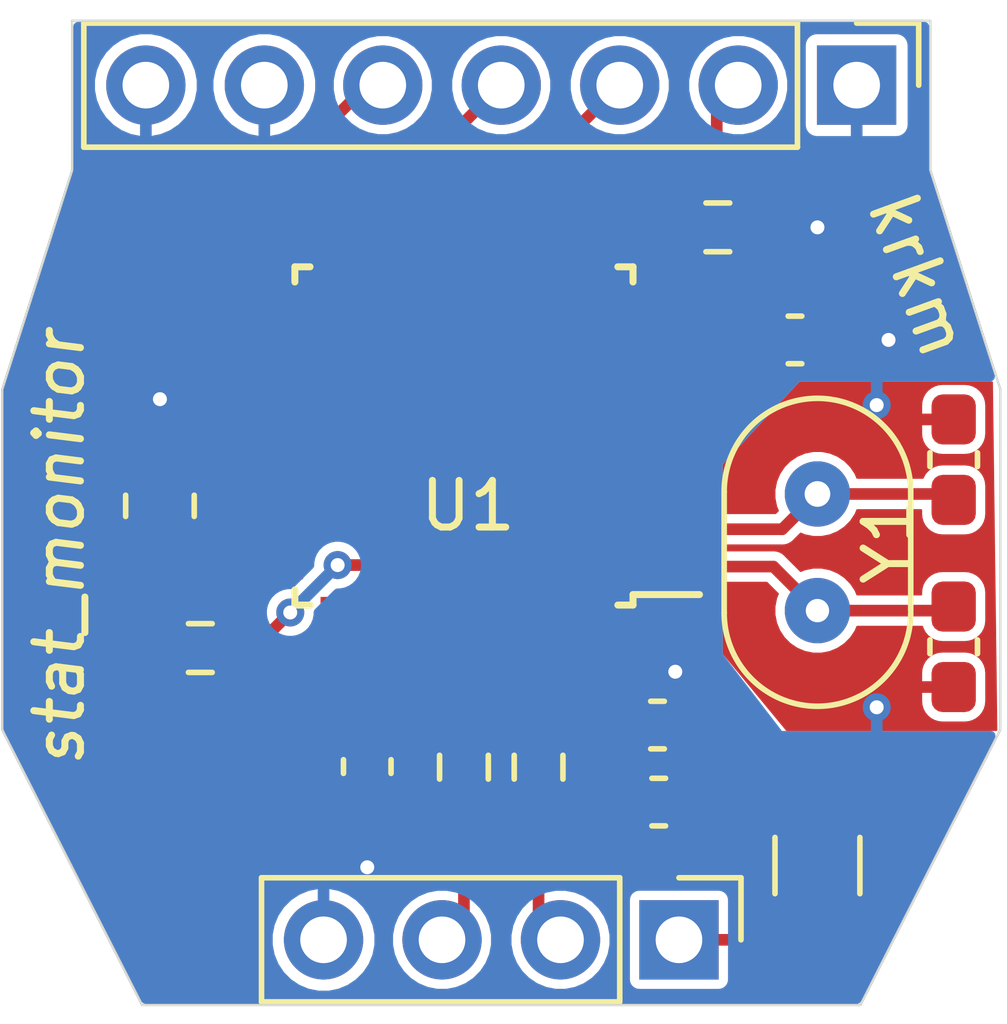
<source format=kicad_pcb>
(kicad_pcb (version 20171130) (host pcbnew "(5.1.10)-1")

  (general
    (thickness 1.6)
    (drawings 12)
    (tracks 97)
    (zones 0)
    (modules 16)
    (nets 33)
  )

  (page A4)
  (layers
    (0 F.Cu signal)
    (31 B.Cu signal)
    (32 B.Adhes user)
    (33 F.Adhes user)
    (34 B.Paste user)
    (35 F.Paste user)
    (36 B.SilkS user)
    (37 F.SilkS user)
    (38 B.Mask user)
    (39 F.Mask user)
    (40 Dwgs.User user)
    (41 Cmts.User user)
    (42 Eco1.User user)
    (43 Eco2.User user)
    (44 Edge.Cuts user)
    (45 Margin user)
    (46 B.CrtYd user)
    (47 F.CrtYd user)
    (48 B.Fab user)
    (49 F.Fab user hide)
  )

  (setup
    (last_trace_width 0.25)
    (trace_clearance 0.2)
    (zone_clearance 0)
    (zone_45_only no)
    (trace_min 0.2)
    (via_size 0.6)
    (via_drill 0.3)
    (via_min_size 0.4)
    (via_min_drill 0.2)
    (uvia_size 0.3)
    (uvia_drill 0.1)
    (uvias_allowed no)
    (uvia_min_size 0.2)
    (uvia_min_drill 0.1)
    (edge_width 0.05)
    (segment_width 0.2)
    (pcb_text_width 0.3)
    (pcb_text_size 1.5 1.5)
    (mod_edge_width 0.12)
    (mod_text_size 1 1)
    (mod_text_width 0.15)
    (pad_size 1.524 1.524)
    (pad_drill 0.762)
    (pad_to_mask_clearance 0.05)
    (aux_axis_origin 0 0)
    (visible_elements 7FFFFFFF)
    (pcbplotparams
      (layerselection 0x010fc_ffffffff)
      (usegerberextensions true)
      (usegerberattributes false)
      (usegerberadvancedattributes false)
      (creategerberjobfile false)
      (excludeedgelayer true)
      (linewidth 0.100000)
      (plotframeref false)
      (viasonmask false)
      (mode 1)
      (useauxorigin false)
      (hpglpennumber 1)
      (hpglpenspeed 20)
      (hpglpendiameter 15.000000)
      (psnegative false)
      (psa4output false)
      (plotreference true)
      (plotvalue true)
      (plotinvisibletext false)
      (padsonsilk false)
      (subtractmaskfromsilk true)
      (outputformat 1)
      (mirror false)
      (drillshape 0)
      (scaleselection 1)
      (outputdirectory "plots/"))
  )

  (net 0 "")
  (net 1 "Net-(C1-Pad1)")
  (net 2 GND)
  (net 3 "Net-(C2-Pad1)")
  (net 4 "Net-(C3-Pad1)")
  (net 5 +5V)
  (net 6 "Net-(F1-Pad1)")
  (net 7 "Net-(J2-Pad3)")
  (net 8 "Net-(J2-Pad4)")
  (net 9 "Net-(J2-Pad5)")
  (net 10 "Net-(R3-Pad1)")
  (net 11 "Net-(R4-Pad2)")
  (net 12 "Net-(U1-Pad5)")
  (net 13 "Net-(U1-Pad6)")
  (net 14 "Net-(U1-Pad7)")
  (net 15 "Net-(U1-Pad8)")
  (net 16 "Net-(U1-Pad9)")
  (net 17 "Net-(U1-Pad10)")
  (net 18 "Net-(U1-Pad11)")
  (net 19 "Net-(U1-Pad12)")
  (net 20 "Net-(U1-Pad14)")
  (net 21 "Net-(U1-Pad17)")
  (net 22 "Net-(U1-Pad19)")
  (net 23 "Net-(U1-Pad20)")
  (net 24 "Net-(U1-Pad21)")
  (net 25 "Net-(U1-Pad22)")
  (net 26 "Net-(U1-Pad23)")
  (net 27 "Net-(U1-Pad25)")
  (net 28 "Net-(U1-Pad26)")
  (net 29 /D1-)
  (net 30 /D1+)
  (net 31 /D2+)
  (net 32 /D2-)

  (net_class Default "This is the default net class."
    (clearance 0.2)
    (trace_width 0.25)
    (via_dia 0.6)
    (via_drill 0.3)
    (uvia_dia 0.3)
    (uvia_drill 0.1)
    (add_net +5V)
    (add_net /D1+)
    (add_net /D1-)
    (add_net /D2+)
    (add_net /D2-)
    (add_net GND)
    (add_net "Net-(C1-Pad1)")
    (add_net "Net-(C2-Pad1)")
    (add_net "Net-(C3-Pad1)")
    (add_net "Net-(F1-Pad1)")
    (add_net "Net-(J2-Pad3)")
    (add_net "Net-(J2-Pad4)")
    (add_net "Net-(J2-Pad5)")
    (add_net "Net-(R3-Pad1)")
    (add_net "Net-(R4-Pad2)")
    (add_net "Net-(U1-Pad10)")
    (add_net "Net-(U1-Pad11)")
    (add_net "Net-(U1-Pad12)")
    (add_net "Net-(U1-Pad14)")
    (add_net "Net-(U1-Pad17)")
    (add_net "Net-(U1-Pad19)")
    (add_net "Net-(U1-Pad20)")
    (add_net "Net-(U1-Pad21)")
    (add_net "Net-(U1-Pad22)")
    (add_net "Net-(U1-Pad23)")
    (add_net "Net-(U1-Pad25)")
    (add_net "Net-(U1-Pad26)")
    (add_net "Net-(U1-Pad5)")
    (add_net "Net-(U1-Pad6)")
    (add_net "Net-(U1-Pad7)")
    (add_net "Net-(U1-Pad8)")
    (add_net "Net-(U1-Pad9)")
  )

  (module Connector_PinHeader_2.54mm:PinHeader_1x04_P2.54mm_Vertical (layer F.Cu) (tedit 59FED5CC) (tstamp 60FDF14F)
    (at 184.61 120.3 270)
    (descr "Through hole straight pin header, 1x04, 2.54mm pitch, single row")
    (tags "Through hole pin header THT 1x04 2.54mm single row")
    (path /60FCD169)
    (fp_text reference J1 (at -2.571 9.096) (layer F.SilkS) hide
      (effects (font (size 1 1) (thickness 0.15)))
    )
    (fp_text value Conn_01x04 (at 0 6.35 270) (layer F.Fab)
      (effects (font (size 1 1) (thickness 0.15)))
    )
    (fp_line (start 1.8 -1.8) (end -1.8 -1.8) (layer F.CrtYd) (width 0.05))
    (fp_line (start 1.8 9.4) (end 1.8 -1.8) (layer F.CrtYd) (width 0.05))
    (fp_line (start -1.8 9.4) (end 1.8 9.4) (layer F.CrtYd) (width 0.05))
    (fp_line (start -1.8 -1.8) (end -1.8 9.4) (layer F.CrtYd) (width 0.05))
    (fp_line (start -1.33 -1.33) (end 0 -1.33) (layer F.SilkS) (width 0.12))
    (fp_line (start -1.33 0) (end -1.33 -1.33) (layer F.SilkS) (width 0.12))
    (fp_line (start -1.33 1.27) (end 1.33 1.27) (layer F.SilkS) (width 0.12))
    (fp_line (start 1.33 1.27) (end 1.33 8.95) (layer F.SilkS) (width 0.12))
    (fp_line (start -1.33 1.27) (end -1.33 8.95) (layer F.SilkS) (width 0.12))
    (fp_line (start -1.33 8.95) (end 1.33 8.95) (layer F.SilkS) (width 0.12))
    (fp_line (start -1.27 -0.635) (end -0.635 -1.27) (layer F.Fab) (width 0.1))
    (fp_line (start -1.27 8.89) (end -1.27 -0.635) (layer F.Fab) (width 0.1))
    (fp_line (start 1.27 8.89) (end -1.27 8.89) (layer F.Fab) (width 0.1))
    (fp_line (start 1.27 -1.27) (end 1.27 8.89) (layer F.Fab) (width 0.1))
    (fp_line (start -0.635 -1.27) (end 1.27 -1.27) (layer F.Fab) (width 0.1))
    (fp_text user %R (at 0 0) (layer F.Fab)
      (effects (font (size 1 1) (thickness 0.15)))
    )
    (pad 4 thru_hole oval (at 0 7.62 270) (size 1.7 1.7) (drill 1) (layers *.Cu *.Mask)
      (net 2 GND))
    (pad 3 thru_hole oval (at 0 5.08 270) (size 1.7 1.7) (drill 1) (layers *.Cu *.Mask)
      (net 30 /D1+))
    (pad 2 thru_hole oval (at 0 2.54 270) (size 1.7 1.7) (drill 1) (layers *.Cu *.Mask)
      (net 29 /D1-))
    (pad 1 thru_hole rect (at 0 0 270) (size 1.7 1.7) (drill 1) (layers *.Cu *.Mask)
      (net 6 "Net-(F1-Pad1)"))
    (model ${KISYS3DMOD}/Connector_PinHeader_2.54mm.3dshapes/PinHeader_1x04_P2.54mm_Vertical.wrl
      (at (xyz 0 0 0))
      (scale (xyz 1 1 1))
      (rotate (xyz 0 0 0))
    )
  )

  (module Capacitor_SMD:C_0603_1608Metric_Pad1.08x0.95mm_HandSolder (layer F.Cu) (tedit 5F68FEEF) (tstamp 60FDBC32)
    (at 190.5 114.0195 270)
    (descr "Capacitor SMD 0603 (1608 Metric), square (rectangular) end terminal, IPC_7351 nominal with elongated pad for handsoldering. (Body size source: IPC-SM-782 page 76, https://www.pcb-3d.com/wordpress/wp-content/uploads/ipc-sm-782a_amendment_1_and_2.pdf), generated with kicad-footprint-generator")
    (tags "capacitor handsolder")
    (path /60FD5E9C)
    (attr smd)
    (fp_text reference C1 (at 2.5665 0.635 180) (layer F.SilkS) hide
      (effects (font (size 1 1) (thickness 0.15)))
    )
    (fp_text value 33pF (at 0 1.43 90) (layer F.Fab)
      (effects (font (size 1 1) (thickness 0.15)))
    )
    (fp_line (start 1.65 0.73) (end -1.65 0.73) (layer F.CrtYd) (width 0.05))
    (fp_line (start 1.65 -0.73) (end 1.65 0.73) (layer F.CrtYd) (width 0.05))
    (fp_line (start -1.65 -0.73) (end 1.65 -0.73) (layer F.CrtYd) (width 0.05))
    (fp_line (start -1.65 0.73) (end -1.65 -0.73) (layer F.CrtYd) (width 0.05))
    (fp_line (start -0.146267 0.51) (end 0.146267 0.51) (layer F.SilkS) (width 0.12))
    (fp_line (start -0.146267 -0.51) (end 0.146267 -0.51) (layer F.SilkS) (width 0.12))
    (fp_line (start 0.8 0.4) (end -0.8 0.4) (layer F.Fab) (width 0.1))
    (fp_line (start 0.8 -0.4) (end 0.8 0.4) (layer F.Fab) (width 0.1))
    (fp_line (start -0.8 -0.4) (end 0.8 -0.4) (layer F.Fab) (width 0.1))
    (fp_line (start -0.8 0.4) (end -0.8 -0.4) (layer F.Fab) (width 0.1))
    (fp_text user %R (at 0 0 90) (layer F.Fab)
      (effects (font (size 0.4 0.4) (thickness 0.06)))
    )
    (pad 1 smd roundrect (at -0.8625 0 270) (size 1.075 0.95) (layers F.Cu F.Paste F.Mask) (roundrect_rratio 0.25)
      (net 1 "Net-(C1-Pad1)"))
    (pad 2 smd roundrect (at 0.8625 0 270) (size 1.075 0.95) (layers F.Cu F.Paste F.Mask) (roundrect_rratio 0.25)
      (net 2 GND))
    (model ${KISYS3DMOD}/Capacitor_SMD.3dshapes/C_0603_1608Metric.wrl
      (at (xyz 0 0 0))
      (scale (xyz 1 1 1))
      (rotate (xyz 0 0 0))
    )
  )

  (module Capacitor_SMD:C_0603_1608Metric_Pad1.08x0.95mm_HandSolder (layer F.Cu) (tedit 5F68FEEF) (tstamp 60FDBE00)
    (at 190.5 110.0085 90)
    (descr "Capacitor SMD 0603 (1608 Metric), square (rectangular) end terminal, IPC_7351 nominal with elongated pad for handsoldering. (Body size source: IPC-SM-782 page 76, https://www.pcb-3d.com/wordpress/wp-content/uploads/ipc-sm-782a_amendment_1_and_2.pdf), generated with kicad-footprint-generator")
    (tags "capacitor handsolder")
    (path /60FD7121)
    (attr smd)
    (fp_text reference C2 (at 2.6935 -0.381 270) (layer F.SilkS) hide
      (effects (font (size 1 1) (thickness 0.15)))
    )
    (fp_text value 33pF (at 0 1.43 90) (layer F.Fab)
      (effects (font (size 1 1) (thickness 0.15)))
    )
    (fp_line (start -0.8 0.4) (end -0.8 -0.4) (layer F.Fab) (width 0.1))
    (fp_line (start -0.8 -0.4) (end 0.8 -0.4) (layer F.Fab) (width 0.1))
    (fp_line (start 0.8 -0.4) (end 0.8 0.4) (layer F.Fab) (width 0.1))
    (fp_line (start 0.8 0.4) (end -0.8 0.4) (layer F.Fab) (width 0.1))
    (fp_line (start -0.146267 -0.51) (end 0.146267 -0.51) (layer F.SilkS) (width 0.12))
    (fp_line (start -0.146267 0.51) (end 0.146267 0.51) (layer F.SilkS) (width 0.12))
    (fp_line (start -1.65 0.73) (end -1.65 -0.73) (layer F.CrtYd) (width 0.05))
    (fp_line (start -1.65 -0.73) (end 1.65 -0.73) (layer F.CrtYd) (width 0.05))
    (fp_line (start 1.65 -0.73) (end 1.65 0.73) (layer F.CrtYd) (width 0.05))
    (fp_line (start 1.65 0.73) (end -1.65 0.73) (layer F.CrtYd) (width 0.05))
    (fp_text user %R (at 0 0 90) (layer F.Fab)
      (effects (font (size 0.4 0.4) (thickness 0.06)))
    )
    (pad 2 smd roundrect (at 0.8625 0 90) (size 1.075 0.95) (layers F.Cu F.Paste F.Mask) (roundrect_rratio 0.25)
      (net 2 GND))
    (pad 1 smd roundrect (at -0.8625 0 90) (size 1.075 0.95) (layers F.Cu F.Paste F.Mask) (roundrect_rratio 0.25)
      (net 3 "Net-(C2-Pad1)"))
    (model ${KISYS3DMOD}/Capacitor_SMD.3dshapes/C_0603_1608Metric.wrl
      (at (xyz 0 0 0))
      (scale (xyz 1 1 1))
      (rotate (xyz 0 0 0))
    )
  )

  (module Capacitor_SMD:C_0603_1608Metric_Pad1.08x0.95mm_HandSolder (layer F.Cu) (tedit 5F68FEEF) (tstamp 60FDBC02)
    (at 177.927 116.586 270)
    (descr "Capacitor SMD 0603 (1608 Metric), square (rectangular) end terminal, IPC_7351 nominal with elongated pad for handsoldering. (Body size source: IPC-SM-782 page 76, https://www.pcb-3d.com/wordpress/wp-content/uploads/ipc-sm-782a_amendment_1_and_2.pdf), generated with kicad-footprint-generator")
    (tags "capacitor handsolder")
    (path /60FEE466)
    (attr smd)
    (fp_text reference C3 (at 0 -1.43 90) (layer F.SilkS) hide
      (effects (font (size 1 1) (thickness 0.15)))
    )
    (fp_text value 1uF (at 0 1.43 90) (layer F.Fab)
      (effects (font (size 1 1) (thickness 0.15)))
    )
    (fp_line (start -0.8 0.4) (end -0.8 -0.4) (layer F.Fab) (width 0.1))
    (fp_line (start -0.8 -0.4) (end 0.8 -0.4) (layer F.Fab) (width 0.1))
    (fp_line (start 0.8 -0.4) (end 0.8 0.4) (layer F.Fab) (width 0.1))
    (fp_line (start 0.8 0.4) (end -0.8 0.4) (layer F.Fab) (width 0.1))
    (fp_line (start -0.146267 -0.51) (end 0.146267 -0.51) (layer F.SilkS) (width 0.12))
    (fp_line (start -0.146267 0.51) (end 0.146267 0.51) (layer F.SilkS) (width 0.12))
    (fp_line (start -1.65 0.73) (end -1.65 -0.73) (layer F.CrtYd) (width 0.05))
    (fp_line (start -1.65 -0.73) (end 1.65 -0.73) (layer F.CrtYd) (width 0.05))
    (fp_line (start 1.65 -0.73) (end 1.65 0.73) (layer F.CrtYd) (width 0.05))
    (fp_line (start 1.65 0.73) (end -1.65 0.73) (layer F.CrtYd) (width 0.05))
    (fp_text user %R (at 0 0 90) (layer F.Fab)
      (effects (font (size 0.4 0.4) (thickness 0.06)))
    )
    (pad 2 smd roundrect (at 0.8625 0 270) (size 1.075 0.95) (layers F.Cu F.Paste F.Mask) (roundrect_rratio 0.25)
      (net 2 GND))
    (pad 1 smd roundrect (at -0.8625 0 270) (size 1.075 0.95) (layers F.Cu F.Paste F.Mask) (roundrect_rratio 0.25)
      (net 4 "Net-(C3-Pad1)"))
    (model ${KISYS3DMOD}/Capacitor_SMD.3dshapes/C_0603_1608Metric.wrl
      (at (xyz 0 0 0))
      (scale (xyz 1 1 1))
      (rotate (xyz 0 0 0))
    )
  )

  (module Capacitor_SMD:C_0603_1608Metric_Pad1.08x0.95mm_HandSolder (layer F.Cu) (tedit 5F68FEEF) (tstamp 60FE4453)
    (at 184.15 115.697)
    (descr "Capacitor SMD 0603 (1608 Metric), square (rectangular) end terminal, IPC_7351 nominal with elongated pad for handsoldering. (Body size source: IPC-SM-782 page 76, https://www.pcb-3d.com/wordpress/wp-content/uploads/ipc-sm-782a_amendment_1_and_2.pdf), generated with kicad-footprint-generator")
    (tags "capacitor handsolder")
    (path /60FE86CB)
    (attr smd)
    (fp_text reference C4 (at 0 -1.43) (layer F.SilkS) hide
      (effects (font (size 1 1) (thickness 0.15)))
    )
    (fp_text value 1uF (at 0 1.43) (layer F.Fab)
      (effects (font (size 1 1) (thickness 0.15)))
    )
    (fp_line (start 1.65 0.73) (end -1.65 0.73) (layer F.CrtYd) (width 0.05))
    (fp_line (start 1.65 -0.73) (end 1.65 0.73) (layer F.CrtYd) (width 0.05))
    (fp_line (start -1.65 -0.73) (end 1.65 -0.73) (layer F.CrtYd) (width 0.05))
    (fp_line (start -1.65 0.73) (end -1.65 -0.73) (layer F.CrtYd) (width 0.05))
    (fp_line (start -0.146267 0.51) (end 0.146267 0.51) (layer F.SilkS) (width 0.12))
    (fp_line (start -0.146267 -0.51) (end 0.146267 -0.51) (layer F.SilkS) (width 0.12))
    (fp_line (start 0.8 0.4) (end -0.8 0.4) (layer F.Fab) (width 0.1))
    (fp_line (start 0.8 -0.4) (end 0.8 0.4) (layer F.Fab) (width 0.1))
    (fp_line (start -0.8 -0.4) (end 0.8 -0.4) (layer F.Fab) (width 0.1))
    (fp_line (start -0.8 0.4) (end -0.8 -0.4) (layer F.Fab) (width 0.1))
    (fp_text user %R (at 0 0) (layer F.Fab)
      (effects (font (size 0.4 0.4) (thickness 0.06)))
    )
    (pad 1 smd roundrect (at -0.8625 0) (size 1.075 0.95) (layers F.Cu F.Paste F.Mask) (roundrect_rratio 0.25)
      (net 5 +5V))
    (pad 2 smd roundrect (at 0.8625 0) (size 1.075 0.95) (layers F.Cu F.Paste F.Mask) (roundrect_rratio 0.25)
      (net 2 GND))
    (model ${KISYS3DMOD}/Capacitor_SMD.3dshapes/C_0603_1608Metric.wrl
      (at (xyz 0 0 0))
      (scale (xyz 1 1 1))
      (rotate (xyz 0 0 0))
    )
  )

  (module Capacitor_SMD:C_0603_1608Metric_Pad1.08x0.95mm_HandSolder (layer F.Cu) (tedit 5F68FEEF) (tstamp 60FE4332)
    (at 184.1765 117.348)
    (descr "Capacitor SMD 0603 (1608 Metric), square (rectangular) end terminal, IPC_7351 nominal with elongated pad for handsoldering. (Body size source: IPC-SM-782 page 76, https://www.pcb-3d.com/wordpress/wp-content/uploads/ipc-sm-782a_amendment_1_and_2.pdf), generated with kicad-footprint-generator")
    (tags "capacitor handsolder")
    (path /60FE9CC1)
    (attr smd)
    (fp_text reference C5 (at 0 -1.43) (layer F.SilkS) hide
      (effects (font (size 1 1) (thickness 0.15)))
    )
    (fp_text value 0.1uF (at 0 1.43) (layer F.Fab)
      (effects (font (size 1 1) (thickness 0.15)))
    )
    (fp_line (start -0.8 0.4) (end -0.8 -0.4) (layer F.Fab) (width 0.1))
    (fp_line (start -0.8 -0.4) (end 0.8 -0.4) (layer F.Fab) (width 0.1))
    (fp_line (start 0.8 -0.4) (end 0.8 0.4) (layer F.Fab) (width 0.1))
    (fp_line (start 0.8 0.4) (end -0.8 0.4) (layer F.Fab) (width 0.1))
    (fp_line (start -0.146267 -0.51) (end 0.146267 -0.51) (layer F.SilkS) (width 0.12))
    (fp_line (start -0.146267 0.51) (end 0.146267 0.51) (layer F.SilkS) (width 0.12))
    (fp_line (start -1.65 0.73) (end -1.65 -0.73) (layer F.CrtYd) (width 0.05))
    (fp_line (start -1.65 -0.73) (end 1.65 -0.73) (layer F.CrtYd) (width 0.05))
    (fp_line (start 1.65 -0.73) (end 1.65 0.73) (layer F.CrtYd) (width 0.05))
    (fp_line (start 1.65 0.73) (end -1.65 0.73) (layer F.CrtYd) (width 0.05))
    (fp_text user %R (at 0 0) (layer F.Fab)
      (effects (font (size 0.4 0.4) (thickness 0.06)))
    )
    (pad 2 smd roundrect (at 0.8625 0) (size 1.075 0.95) (layers F.Cu F.Paste F.Mask) (roundrect_rratio 0.25)
      (net 2 GND))
    (pad 1 smd roundrect (at -0.8625 0) (size 1.075 0.95) (layers F.Cu F.Paste F.Mask) (roundrect_rratio 0.25)
      (net 5 +5V))
    (model ${KISYS3DMOD}/Capacitor_SMD.3dshapes/C_0603_1608Metric.wrl
      (at (xyz 0 0 0))
      (scale (xyz 1 1 1))
      (rotate (xyz 0 0 0))
    )
  )

  (module Capacitor_SMD:C_0603_1608Metric_Pad1.08x0.95mm_HandSolder (layer F.Cu) (tedit 5F68FEEF) (tstamp 60FDD454)
    (at 187.0975 107.442)
    (descr "Capacitor SMD 0603 (1608 Metric), square (rectangular) end terminal, IPC_7351 nominal with elongated pad for handsoldering. (Body size source: IPC-SM-782 page 76, https://www.pcb-3d.com/wordpress/wp-content/uploads/ipc-sm-782a_amendment_1_and_2.pdf), generated with kicad-footprint-generator")
    (tags "capacitor handsolder")
    (path /60FEA805)
    (attr smd)
    (fp_text reference C6 (at 0.808223 1.526644) (layer F.SilkS) hide
      (effects (font (size 1 1) (thickness 0.15)))
    )
    (fp_text value 0.1uF (at 0 1.43) (layer F.Fab)
      (effects (font (size 1 1) (thickness 0.15)))
    )
    (fp_line (start 1.65 0.73) (end -1.65 0.73) (layer F.CrtYd) (width 0.05))
    (fp_line (start 1.65 -0.73) (end 1.65 0.73) (layer F.CrtYd) (width 0.05))
    (fp_line (start -1.65 -0.73) (end 1.65 -0.73) (layer F.CrtYd) (width 0.05))
    (fp_line (start -1.65 0.73) (end -1.65 -0.73) (layer F.CrtYd) (width 0.05))
    (fp_line (start -0.146267 0.51) (end 0.146267 0.51) (layer F.SilkS) (width 0.12))
    (fp_line (start -0.146267 -0.51) (end 0.146267 -0.51) (layer F.SilkS) (width 0.12))
    (fp_line (start 0.8 0.4) (end -0.8 0.4) (layer F.Fab) (width 0.1))
    (fp_line (start 0.8 -0.4) (end 0.8 0.4) (layer F.Fab) (width 0.1))
    (fp_line (start -0.8 -0.4) (end 0.8 -0.4) (layer F.Fab) (width 0.1))
    (fp_line (start -0.8 0.4) (end -0.8 -0.4) (layer F.Fab) (width 0.1))
    (fp_text user %R (at 0 0) (layer F.Fab)
      (effects (font (size 0.4 0.4) (thickness 0.06)))
    )
    (pad 1 smd roundrect (at -0.8625 0) (size 1.075 0.95) (layers F.Cu F.Paste F.Mask) (roundrect_rratio 0.25)
      (net 5 +5V))
    (pad 2 smd roundrect (at 0.8625 0) (size 1.075 0.95) (layers F.Cu F.Paste F.Mask) (roundrect_rratio 0.25)
      (net 2 GND))
    (model ${KISYS3DMOD}/Capacitor_SMD.3dshapes/C_0603_1608Metric.wrl
      (at (xyz 0 0 0))
      (scale (xyz 1 1 1))
      (rotate (xyz 0 0 0))
    )
  )

  (module Fuse:Fuse_1206_3216Metric_Pad1.42x1.75mm_HandSolder (layer F.Cu) (tedit 5F68FEF1) (tstamp 60FDC71C)
    (at 187.579 118.7085 90)
    (descr "Fuse SMD 1206 (3216 Metric), square (rectangular) end terminal, IPC_7351 nominal with elongated pad for handsoldering. (Body size source: http://www.tortai-tech.com/upload/download/2011102023233369053.pdf), generated with kicad-footprint-generator")
    (tags "fuse handsolder")
    (path /60FDBDDC)
    (attr smd)
    (fp_text reference F1 (at 0.2175 1.905 90) (layer F.SilkS) hide
      (effects (font (size 1 1) (thickness 0.15)))
    )
    (fp_text value 0.5A (at 0 1.82 90) (layer F.Fab)
      (effects (font (size 1 1) (thickness 0.15)))
    )
    (fp_line (start 2.45 1.12) (end -2.45 1.12) (layer F.CrtYd) (width 0.05))
    (fp_line (start 2.45 -1.12) (end 2.45 1.12) (layer F.CrtYd) (width 0.05))
    (fp_line (start -2.45 -1.12) (end 2.45 -1.12) (layer F.CrtYd) (width 0.05))
    (fp_line (start -2.45 1.12) (end -2.45 -1.12) (layer F.CrtYd) (width 0.05))
    (fp_line (start -0.602064 0.91) (end 0.602064 0.91) (layer F.SilkS) (width 0.12))
    (fp_line (start -0.602064 -0.91) (end 0.602064 -0.91) (layer F.SilkS) (width 0.12))
    (fp_line (start 1.6 0.8) (end -1.6 0.8) (layer F.Fab) (width 0.1))
    (fp_line (start 1.6 -0.8) (end 1.6 0.8) (layer F.Fab) (width 0.1))
    (fp_line (start -1.6 -0.8) (end 1.6 -0.8) (layer F.Fab) (width 0.1))
    (fp_line (start -1.6 0.8) (end -1.6 -0.8) (layer F.Fab) (width 0.1))
    (fp_text user %R (at 0 0 90) (layer F.Fab)
      (effects (font (size 0.8 0.8) (thickness 0.12)))
    )
    (pad 1 smd roundrect (at -1.4875 0 90) (size 1.425 1.75) (layers F.Cu F.Paste F.Mask) (roundrect_rratio 0.1754385964912281)
      (net 6 "Net-(F1-Pad1)"))
    (pad 2 smd roundrect (at 1.4875 0 90) (size 1.425 1.75) (layers F.Cu F.Paste F.Mask) (roundrect_rratio 0.1754385964912281)
      (net 5 +5V))
    (model ${KISYS3DMOD}/Fuse.3dshapes/Fuse_1206_3216Metric.wrl
      (at (xyz 0 0 0))
      (scale (xyz 1 1 1))
      (rotate (xyz 0 0 0))
    )
  )

  (module Connector_PinHeader_2.54mm:PinHeader_1x07_P2.54mm_Vertical (layer F.Cu) (tedit 59FED5CC) (tstamp 60FE32A6)
    (at 188.42 101.981 270)
    (descr "Through hole straight pin header, 1x07, 2.54mm pitch, single row")
    (tags "Through hole pin header THT 1x07 2.54mm single row")
    (path /60FF2623)
    (fp_text reference J2 (at 1.905 -0.302 180) (layer F.SilkS) hide
      (effects (font (size 1 1) (thickness 0.15)))
    )
    (fp_text value Conn_01x07 (at 0 17.57 90) (layer F.Fab)
      (effects (font (size 1 1) (thickness 0.15)))
    )
    (fp_line (start 1.8 -1.8) (end -1.8 -1.8) (layer F.CrtYd) (width 0.05))
    (fp_line (start 1.8 17.05) (end 1.8 -1.8) (layer F.CrtYd) (width 0.05))
    (fp_line (start -1.8 17.05) (end 1.8 17.05) (layer F.CrtYd) (width 0.05))
    (fp_line (start -1.8 -1.8) (end -1.8 17.05) (layer F.CrtYd) (width 0.05))
    (fp_line (start -1.33 -1.33) (end 0 -1.33) (layer F.SilkS) (width 0.12))
    (fp_line (start -1.33 0) (end -1.33 -1.33) (layer F.SilkS) (width 0.12))
    (fp_line (start -1.33 1.27) (end 1.33 1.27) (layer F.SilkS) (width 0.12))
    (fp_line (start 1.33 1.27) (end 1.33 16.57) (layer F.SilkS) (width 0.12))
    (fp_line (start -1.33 1.27) (end -1.33 16.57) (layer F.SilkS) (width 0.12))
    (fp_line (start -1.33 16.57) (end 1.33 16.57) (layer F.SilkS) (width 0.12))
    (fp_line (start -1.27 -0.635) (end -0.635 -1.27) (layer F.Fab) (width 0.1))
    (fp_line (start -1.27 16.51) (end -1.27 -0.635) (layer F.Fab) (width 0.1))
    (fp_line (start 1.27 16.51) (end -1.27 16.51) (layer F.Fab) (width 0.1))
    (fp_line (start 1.27 -1.27) (end 1.27 16.51) (layer F.Fab) (width 0.1))
    (fp_line (start -0.635 -1.27) (end 1.27 -1.27) (layer F.Fab) (width 0.1))
    (fp_text user %R (at 0 7.62) (layer F.Fab)
      (effects (font (size 1 1) (thickness 0.15)))
    )
    (pad 1 thru_hole rect (at 0 0 270) (size 1.7 1.7) (drill 1) (layers *.Cu *.Mask)
      (net 2 GND))
    (pad 2 thru_hole oval (at 0 2.54 270) (size 1.7 1.7) (drill 1) (layers *.Cu *.Mask)
      (net 5 +5V))
    (pad 3 thru_hole oval (at 0 5.08 270) (size 1.7 1.7) (drill 1) (layers *.Cu *.Mask)
      (net 7 "Net-(J2-Pad3)"))
    (pad 4 thru_hole oval (at 0 7.62 270) (size 1.7 1.7) (drill 1) (layers *.Cu *.Mask)
      (net 8 "Net-(J2-Pad4)"))
    (pad 5 thru_hole oval (at 0 10.16 270) (size 1.7 1.7) (drill 1) (layers *.Cu *.Mask)
      (net 9 "Net-(J2-Pad5)"))
    (pad 6 thru_hole oval (at 0 12.7 270) (size 1.7 1.7) (drill 1) (layers *.Cu *.Mask)
      (net 2 GND))
    (pad 7 thru_hole oval (at 0 15.24 270) (size 1.7 1.7) (drill 1) (layers *.Cu *.Mask)
      (net 2 GND))
    (model ${KISYS3DMOD}/Connector_PinHeader_2.54mm.3dshapes/PinHeader_1x07_P2.54mm_Vertical.wrl
      (at (xyz 0 0 0))
      (scale (xyz 1 1 1))
      (rotate (xyz 0 0 0))
    )
  )

  (module Resistor_SMD:R_0603_1608Metric_Pad0.98x0.95mm_HandSolder (layer F.Cu) (tedit 5F68FEEE) (tstamp 60FDBE57)
    (at 180 116.6 270)
    (descr "Resistor SMD 0603 (1608 Metric), square (rectangular) end terminal, IPC_7351 nominal with elongated pad for handsoldering. (Body size source: IPC-SM-782 page 72, https://www.pcb-3d.com/wordpress/wp-content/uploads/ipc-sm-782a_amendment_1_and_2.pdf), generated with kicad-footprint-generator")
    (tags "resistor handsolder")
    (path /60FCF792)
    (attr smd)
    (fp_text reference R1 (at 0 -1.43 90) (layer F.SilkS) hide
      (effects (font (size 1 1) (thickness 0.15)))
    )
    (fp_text value 22 (at 0 1.43 90) (layer F.Fab)
      (effects (font (size 1 1) (thickness 0.15)))
    )
    (fp_line (start 1.65 0.73) (end -1.65 0.73) (layer F.CrtYd) (width 0.05))
    (fp_line (start 1.65 -0.73) (end 1.65 0.73) (layer F.CrtYd) (width 0.05))
    (fp_line (start -1.65 -0.73) (end 1.65 -0.73) (layer F.CrtYd) (width 0.05))
    (fp_line (start -1.65 0.73) (end -1.65 -0.73) (layer F.CrtYd) (width 0.05))
    (fp_line (start -0.254724 0.5225) (end 0.254724 0.5225) (layer F.SilkS) (width 0.12))
    (fp_line (start -0.254724 -0.5225) (end 0.254724 -0.5225) (layer F.SilkS) (width 0.12))
    (fp_line (start 0.8 0.4125) (end -0.8 0.4125) (layer F.Fab) (width 0.1))
    (fp_line (start 0.8 -0.4125) (end 0.8 0.4125) (layer F.Fab) (width 0.1))
    (fp_line (start -0.8 -0.4125) (end 0.8 -0.4125) (layer F.Fab) (width 0.1))
    (fp_line (start -0.8 0.4125) (end -0.8 -0.4125) (layer F.Fab) (width 0.1))
    (fp_text user %R (at 0 0 90) (layer F.Fab)
      (effects (font (size 0.4 0.4) (thickness 0.06)))
    )
    (pad 1 smd roundrect (at -0.9125 0 270) (size 0.975 0.95) (layers F.Cu F.Paste F.Mask) (roundrect_rratio 0.25)
      (net 31 /D2+))
    (pad 2 smd roundrect (at 0.9125 0 270) (size 0.975 0.95) (layers F.Cu F.Paste F.Mask) (roundrect_rratio 0.25)
      (net 30 /D1+))
    (model ${KISYS3DMOD}/Resistor_SMD.3dshapes/R_0603_1608Metric.wrl
      (at (xyz 0 0 0))
      (scale (xyz 1 1 1))
      (rotate (xyz 0 0 0))
    )
  )

  (module Resistor_SMD:R_0603_1608Metric_Pad0.98x0.95mm_HandSolder (layer F.Cu) (tedit 5F68FEEE) (tstamp 60FDBC62)
    (at 181.6 116.6 270)
    (descr "Resistor SMD 0603 (1608 Metric), square (rectangular) end terminal, IPC_7351 nominal with elongated pad for handsoldering. (Body size source: IPC-SM-782 page 72, https://www.pcb-3d.com/wordpress/wp-content/uploads/ipc-sm-782a_amendment_1_and_2.pdf), generated with kicad-footprint-generator")
    (tags "resistor handsolder")
    (path /60FD0DFD)
    (attr smd)
    (fp_text reference R2 (at 0 -1.43 90) (layer F.SilkS) hide
      (effects (font (size 1 1) (thickness 0.15)))
    )
    (fp_text value 22 (at 0 1.43 90) (layer F.Fab)
      (effects (font (size 1 1) (thickness 0.15)))
    )
    (fp_line (start -0.8 0.4125) (end -0.8 -0.4125) (layer F.Fab) (width 0.1))
    (fp_line (start -0.8 -0.4125) (end 0.8 -0.4125) (layer F.Fab) (width 0.1))
    (fp_line (start 0.8 -0.4125) (end 0.8 0.4125) (layer F.Fab) (width 0.1))
    (fp_line (start 0.8 0.4125) (end -0.8 0.4125) (layer F.Fab) (width 0.1))
    (fp_line (start -0.254724 -0.5225) (end 0.254724 -0.5225) (layer F.SilkS) (width 0.12))
    (fp_line (start -0.254724 0.5225) (end 0.254724 0.5225) (layer F.SilkS) (width 0.12))
    (fp_line (start -1.65 0.73) (end -1.65 -0.73) (layer F.CrtYd) (width 0.05))
    (fp_line (start -1.65 -0.73) (end 1.65 -0.73) (layer F.CrtYd) (width 0.05))
    (fp_line (start 1.65 -0.73) (end 1.65 0.73) (layer F.CrtYd) (width 0.05))
    (fp_line (start 1.65 0.73) (end -1.65 0.73) (layer F.CrtYd) (width 0.05))
    (fp_text user %R (at 0 0 90) (layer F.Fab)
      (effects (font (size 0.4 0.4) (thickness 0.06)))
    )
    (pad 2 smd roundrect (at 0.9125 0 270) (size 0.975 0.95) (layers F.Cu F.Paste F.Mask) (roundrect_rratio 0.25)
      (net 29 /D1-))
    (pad 1 smd roundrect (at -0.9125 0 270) (size 0.975 0.95) (layers F.Cu F.Paste F.Mask) (roundrect_rratio 0.25)
      (net 32 /D2-))
    (model ${KISYS3DMOD}/Resistor_SMD.3dshapes/R_0603_1608Metric.wrl
      (at (xyz 0 0 0))
      (scale (xyz 1 1 1))
      (rotate (xyz 0 0 0))
    )
  )

  (module Resistor_SMD:R_0603_1608Metric_Pad0.98x0.95mm_HandSolder (layer F.Cu) (tedit 5F68FEEE) (tstamp 60FDBCF2)
    (at 174.3475 114.046)
    (descr "Resistor SMD 0603 (1608 Metric), square (rectangular) end terminal, IPC_7351 nominal with elongated pad for handsoldering. (Body size source: IPC-SM-782 page 72, https://www.pcb-3d.com/wordpress/wp-content/uploads/ipc-sm-782a_amendment_1_and_2.pdf), generated with kicad-footprint-generator")
    (tags "resistor handsolder")
    (path /60FE33CA)
    (attr smd)
    (fp_text reference R3 (at 0.0235 1.524) (layer F.SilkS) hide
      (effects (font (size 1 1) (thickness 0.15)))
    )
    (fp_text value 10k (at 0 1.43) (layer F.Fab)
      (effects (font (size 1 1) (thickness 0.15)))
    )
    (fp_line (start 1.65 0.73) (end -1.65 0.73) (layer F.CrtYd) (width 0.05))
    (fp_line (start 1.65 -0.73) (end 1.65 0.73) (layer F.CrtYd) (width 0.05))
    (fp_line (start -1.65 -0.73) (end 1.65 -0.73) (layer F.CrtYd) (width 0.05))
    (fp_line (start -1.65 0.73) (end -1.65 -0.73) (layer F.CrtYd) (width 0.05))
    (fp_line (start -0.254724 0.5225) (end 0.254724 0.5225) (layer F.SilkS) (width 0.12))
    (fp_line (start -0.254724 -0.5225) (end 0.254724 -0.5225) (layer F.SilkS) (width 0.12))
    (fp_line (start 0.8 0.4125) (end -0.8 0.4125) (layer F.Fab) (width 0.1))
    (fp_line (start 0.8 -0.4125) (end 0.8 0.4125) (layer F.Fab) (width 0.1))
    (fp_line (start -0.8 -0.4125) (end 0.8 -0.4125) (layer F.Fab) (width 0.1))
    (fp_line (start -0.8 0.4125) (end -0.8 -0.4125) (layer F.Fab) (width 0.1))
    (fp_text user %R (at 0 0) (layer F.Fab)
      (effects (font (size 0.4 0.4) (thickness 0.06)))
    )
    (pad 1 smd roundrect (at -0.9125 0) (size 0.975 0.95) (layers F.Cu F.Paste F.Mask) (roundrect_rratio 0.25)
      (net 10 "Net-(R3-Pad1)"))
    (pad 2 smd roundrect (at 0.9125 0) (size 0.975 0.95) (layers F.Cu F.Paste F.Mask) (roundrect_rratio 0.25)
      (net 5 +5V))
    (model ${KISYS3DMOD}/Resistor_SMD.3dshapes/R_0603_1608Metric.wrl
      (at (xyz 0 0 0))
      (scale (xyz 1 1 1))
      (rotate (xyz 0 0 0))
    )
  )

  (module Resistor_SMD:R_0603_1608Metric_Pad0.98x0.95mm_HandSolder (layer F.Cu) (tedit 5F68FEEE) (tstamp 60FE38A7)
    (at 185.4435 105.029 180)
    (descr "Resistor SMD 0603 (1608 Metric), square (rectangular) end terminal, IPC_7351 nominal with elongated pad for handsoldering. (Body size source: IPC-SM-782 page 72, https://www.pcb-3d.com/wordpress/wp-content/uploads/ipc-sm-782a_amendment_1_and_2.pdf), generated with kicad-footprint-generator")
    (tags "resistor handsolder")
    (path /60FEFCA8)
    (attr smd)
    (fp_text reference R4 (at -3.1515 0 90) (layer F.SilkS) hide
      (effects (font (size 1 1) (thickness 0.15)))
    )
    (fp_text value 10k (at 0 1.43) (layer F.Fab)
      (effects (font (size 1 1) (thickness 0.15)))
    )
    (fp_line (start -0.8 0.4125) (end -0.8 -0.4125) (layer F.Fab) (width 0.1))
    (fp_line (start -0.8 -0.4125) (end 0.8 -0.4125) (layer F.Fab) (width 0.1))
    (fp_line (start 0.8 -0.4125) (end 0.8 0.4125) (layer F.Fab) (width 0.1))
    (fp_line (start 0.8 0.4125) (end -0.8 0.4125) (layer F.Fab) (width 0.1))
    (fp_line (start -0.254724 -0.5225) (end 0.254724 -0.5225) (layer F.SilkS) (width 0.12))
    (fp_line (start -0.254724 0.5225) (end 0.254724 0.5225) (layer F.SilkS) (width 0.12))
    (fp_line (start -1.65 0.73) (end -1.65 -0.73) (layer F.CrtYd) (width 0.05))
    (fp_line (start -1.65 -0.73) (end 1.65 -0.73) (layer F.CrtYd) (width 0.05))
    (fp_line (start 1.65 -0.73) (end 1.65 0.73) (layer F.CrtYd) (width 0.05))
    (fp_line (start 1.65 0.73) (end -1.65 0.73) (layer F.CrtYd) (width 0.05))
    (fp_text user %R (at 0 0) (layer F.Fab)
      (effects (font (size 0.4 0.4) (thickness 0.06)))
    )
    (pad 2 smd roundrect (at 0.9125 0 180) (size 0.975 0.95) (layers F.Cu F.Paste F.Mask) (roundrect_rratio 0.25)
      (net 11 "Net-(R4-Pad2)"))
    (pad 1 smd roundrect (at -0.9125 0 180) (size 0.975 0.95) (layers F.Cu F.Paste F.Mask) (roundrect_rratio 0.25)
      (net 2 GND))
    (model ${KISYS3DMOD}/Resistor_SMD.3dshapes/R_0603_1608Metric.wrl
      (at (xyz 0 0 0))
      (scale (xyz 1 1 1))
      (rotate (xyz 0 0 0))
    )
  )

  (module Resistor_SMD:R_0805_2012Metric_Pad1.20x1.40mm_HandSolder (layer F.Cu) (tedit 5F68FEEE) (tstamp 60FDBAEB)
    (at 173.482 110.998 270)
    (descr "Resistor SMD 0805 (2012 Metric), square (rectangular) end terminal, IPC_7351 nominal with elongated pad for handsoldering. (Body size source: IPC-SM-782 page 72, https://www.pcb-3d.com/wordpress/wp-content/uploads/ipc-sm-782a_amendment_1_and_2.pdf), generated with kicad-footprint-generator")
    (tags "resistor handsolder")
    (path /60FE1F83)
    (attr smd)
    (fp_text reference SW1 (at -0.127 1.651 90) (layer F.SilkS) hide
      (effects (font (size 1 1) (thickness 0.15)))
    )
    (fp_text value SW_Push (at 0 1.65 90) (layer F.Fab)
      (effects (font (size 1 1) (thickness 0.15)))
    )
    (fp_line (start 1.85 0.95) (end -1.85 0.95) (layer F.CrtYd) (width 0.05))
    (fp_line (start 1.85 -0.95) (end 1.85 0.95) (layer F.CrtYd) (width 0.05))
    (fp_line (start -1.85 -0.95) (end 1.85 -0.95) (layer F.CrtYd) (width 0.05))
    (fp_line (start -1.85 0.95) (end -1.85 -0.95) (layer F.CrtYd) (width 0.05))
    (fp_line (start -0.227064 0.735) (end 0.227064 0.735) (layer F.SilkS) (width 0.12))
    (fp_line (start -0.227064 -0.735) (end 0.227064 -0.735) (layer F.SilkS) (width 0.12))
    (fp_line (start 1 0.625) (end -1 0.625) (layer F.Fab) (width 0.1))
    (fp_line (start 1 -0.625) (end 1 0.625) (layer F.Fab) (width 0.1))
    (fp_line (start -1 -0.625) (end 1 -0.625) (layer F.Fab) (width 0.1))
    (fp_line (start -1 0.625) (end -1 -0.625) (layer F.Fab) (width 0.1))
    (fp_text user %R (at 0 0 90) (layer F.Fab)
      (effects (font (size 0.5 0.5) (thickness 0.08)))
    )
    (pad 1 smd roundrect (at -1 0 270) (size 1.2 1.4) (layers F.Cu F.Paste F.Mask) (roundrect_rratio 0.2083325)
      (net 2 GND))
    (pad 2 smd roundrect (at 1 0 270) (size 1.2 1.4) (layers F.Cu F.Paste F.Mask) (roundrect_rratio 0.2083325)
      (net 10 "Net-(R3-Pad1)"))
    (model ${KISYS3DMOD}/Resistor_SMD.3dshapes/R_0805_2012Metric.wrl
      (at (xyz 0 0 0))
      (scale (xyz 1 1 1))
      (rotate (xyz 0 0 0))
    )
  )

  (module Package_QFP:TQFP-32_7x7mm_P0.8mm (layer F.Cu) (tedit 5A02F146) (tstamp 60FDBB86)
    (at 180 109.5 180)
    (descr "32-Lead Plastic Thin Quad Flatpack (PT) - 7x7x1.0 mm Body, 2.00 mm [TQFP] (see Microchip Packaging Specification 00000049BS.pdf)")
    (tags "QFP 0.8")
    (path /60EFF81B)
    (attr smd)
    (fp_text reference U1 (at -0.086 -1.498) (layer F.SilkS)
      (effects (font (size 1 1) (thickness 0.15)))
    )
    (fp_text value ATmega32U2-AU (at 0 6.05) (layer F.Fab)
      (effects (font (size 1 1) (thickness 0.15)))
    )
    (fp_line (start -3.625 -3.4) (end -5.05 -3.4) (layer F.SilkS) (width 0.15))
    (fp_line (start 3.625 -3.625) (end 3.3 -3.625) (layer F.SilkS) (width 0.15))
    (fp_line (start 3.625 3.625) (end 3.3 3.625) (layer F.SilkS) (width 0.15))
    (fp_line (start -3.625 3.625) (end -3.3 3.625) (layer F.SilkS) (width 0.15))
    (fp_line (start -3.625 -3.625) (end -3.3 -3.625) (layer F.SilkS) (width 0.15))
    (fp_line (start -3.625 3.625) (end -3.625 3.3) (layer F.SilkS) (width 0.15))
    (fp_line (start 3.625 3.625) (end 3.625 3.3) (layer F.SilkS) (width 0.15))
    (fp_line (start 3.625 -3.625) (end 3.625 -3.3) (layer F.SilkS) (width 0.15))
    (fp_line (start -3.625 -3.625) (end -3.625 -3.4) (layer F.SilkS) (width 0.15))
    (fp_line (start -5.3 5.3) (end 5.3 5.3) (layer F.CrtYd) (width 0.05))
    (fp_line (start -5.3 -5.3) (end 5.3 -5.3) (layer F.CrtYd) (width 0.05))
    (fp_line (start 5.3 -5.3) (end 5.3 5.3) (layer F.CrtYd) (width 0.05))
    (fp_line (start -5.3 -5.3) (end -5.3 5.3) (layer F.CrtYd) (width 0.05))
    (fp_line (start -3.5 -2.5) (end -2.5 -3.5) (layer F.Fab) (width 0.15))
    (fp_line (start -3.5 3.5) (end -3.5 -2.5) (layer F.Fab) (width 0.15))
    (fp_line (start 3.5 3.5) (end -3.5 3.5) (layer F.Fab) (width 0.15))
    (fp_line (start 3.5 -3.5) (end 3.5 3.5) (layer F.Fab) (width 0.15))
    (fp_line (start -2.5 -3.5) (end 3.5 -3.5) (layer F.Fab) (width 0.15))
    (fp_text user %R (at 0 0) (layer F.Fab)
      (effects (font (size 1 1) (thickness 0.15)))
    )
    (pad 1 smd rect (at -4.25 -2.8 180) (size 1.6 0.55) (layers F.Cu F.Paste F.Mask)
      (net 1 "Net-(C1-Pad1)"))
    (pad 2 smd rect (at -4.25 -2 180) (size 1.6 0.55) (layers F.Cu F.Paste F.Mask)
      (net 3 "Net-(C2-Pad1)"))
    (pad 3 smd rect (at -4.25 -1.2 180) (size 1.6 0.55) (layers F.Cu F.Paste F.Mask)
      (net 2 GND))
    (pad 4 smd rect (at -4.25 -0.4 180) (size 1.6 0.55) (layers F.Cu F.Paste F.Mask)
      (net 5 +5V))
    (pad 5 smd rect (at -4.25 0.4 180) (size 1.6 0.55) (layers F.Cu F.Paste F.Mask)
      (net 12 "Net-(U1-Pad5)"))
    (pad 6 smd rect (at -4.25 1.2 180) (size 1.6 0.55) (layers F.Cu F.Paste F.Mask)
      (net 13 "Net-(U1-Pad6)"))
    (pad 7 smd rect (at -4.25 2 180) (size 1.6 0.55) (layers F.Cu F.Paste F.Mask)
      (net 14 "Net-(U1-Pad7)"))
    (pad 8 smd rect (at -4.25 2.8 180) (size 1.6 0.55) (layers F.Cu F.Paste F.Mask)
      (net 15 "Net-(U1-Pad8)"))
    (pad 9 smd rect (at -2.8 4.25 270) (size 1.6 0.55) (layers F.Cu F.Paste F.Mask)
      (net 16 "Net-(U1-Pad9)"))
    (pad 10 smd rect (at -2 4.25 270) (size 1.6 0.55) (layers F.Cu F.Paste F.Mask)
      (net 17 "Net-(U1-Pad10)"))
    (pad 11 smd rect (at -1.2 4.25 270) (size 1.6 0.55) (layers F.Cu F.Paste F.Mask)
      (net 18 "Net-(U1-Pad11)"))
    (pad 12 smd rect (at -0.4 4.25 270) (size 1.6 0.55) (layers F.Cu F.Paste F.Mask)
      (net 19 "Net-(U1-Pad12)"))
    (pad 13 smd rect (at 0.4 4.25 270) (size 1.6 0.55) (layers F.Cu F.Paste F.Mask)
      (net 11 "Net-(R4-Pad2)"))
    (pad 14 smd rect (at 1.2 4.25 270) (size 1.6 0.55) (layers F.Cu F.Paste F.Mask)
      (net 20 "Net-(U1-Pad14)"))
    (pad 15 smd rect (at 2 4.25 270) (size 1.6 0.55) (layers F.Cu F.Paste F.Mask)
      (net 7 "Net-(J2-Pad3)"))
    (pad 16 smd rect (at 2.8 4.25 270) (size 1.6 0.55) (layers F.Cu F.Paste F.Mask)
      (net 8 "Net-(J2-Pad4)"))
    (pad 17 smd rect (at 4.25 2.8 180) (size 1.6 0.55) (layers F.Cu F.Paste F.Mask)
      (net 21 "Net-(U1-Pad17)"))
    (pad 18 smd rect (at 4.25 2 180) (size 1.6 0.55) (layers F.Cu F.Paste F.Mask)
      (net 9 "Net-(J2-Pad5)"))
    (pad 19 smd rect (at 4.25 1.2 180) (size 1.6 0.55) (layers F.Cu F.Paste F.Mask)
      (net 22 "Net-(U1-Pad19)"))
    (pad 20 smd rect (at 4.25 0.4 180) (size 1.6 0.55) (layers F.Cu F.Paste F.Mask)
      (net 23 "Net-(U1-Pad20)"))
    (pad 21 smd rect (at 4.25 -0.4 180) (size 1.6 0.55) (layers F.Cu F.Paste F.Mask)
      (net 24 "Net-(U1-Pad21)"))
    (pad 22 smd rect (at 4.25 -1.2 180) (size 1.6 0.55) (layers F.Cu F.Paste F.Mask)
      (net 25 "Net-(U1-Pad22)"))
    (pad 23 smd rect (at 4.25 -2 180) (size 1.6 0.55) (layers F.Cu F.Paste F.Mask)
      (net 26 "Net-(U1-Pad23)"))
    (pad 24 smd rect (at 4.25 -2.8 180) (size 1.6 0.55) (layers F.Cu F.Paste F.Mask)
      (net 10 "Net-(R3-Pad1)"))
    (pad 25 smd rect (at 2.8 -4.25 270) (size 1.6 0.55) (layers F.Cu F.Paste F.Mask)
      (net 27 "Net-(U1-Pad25)"))
    (pad 26 smd rect (at 2 -4.25 270) (size 1.6 0.55) (layers F.Cu F.Paste F.Mask)
      (net 28 "Net-(U1-Pad26)"))
    (pad 27 smd rect (at 1.2 -4.25 270) (size 1.6 0.55) (layers F.Cu F.Paste F.Mask)
      (net 4 "Net-(C3-Pad1)"))
    (pad 28 smd rect (at 0.4 -4.25 270) (size 1.6 0.55) (layers F.Cu F.Paste F.Mask)
      (net 2 GND))
    (pad 29 smd rect (at -0.4 -4.25 270) (size 1.6 0.55) (layers F.Cu F.Paste F.Mask)
      (net 31 /D2+))
    (pad 30 smd rect (at -1.2 -4.25 270) (size 1.6 0.55) (layers F.Cu F.Paste F.Mask)
      (net 32 /D2-))
    (pad 31 smd rect (at -2 -4.25 270) (size 1.6 0.55) (layers F.Cu F.Paste F.Mask)
      (net 5 +5V))
    (pad 32 smd rect (at -2.8 -4.25 270) (size 1.6 0.55) (layers F.Cu F.Paste F.Mask)
      (net 5 +5V))
    (model ${KISYS3DMOD}/Package_QFP.3dshapes/TQFP-32_7x7mm_P0.8mm.wrl
      (at (xyz 0 0 0))
      (scale (xyz 1 1 1))
      (rotate (xyz 0 0 0))
    )
  )

  (module parts:ECS-160-20-46X (layer F.Cu) (tedit 6097205E) (tstamp 60FDC13F)
    (at 187.579 111.994 90)
    (path /60FD4AF3)
    (fp_text reference Y1 (at 0.234 1.524 90) (layer F.SilkS)
      (effects (font (size 1 1) (thickness 0.15)))
    )
    (fp_text value 16M (at 0 3 90) (layer F.Fab)
      (effects (font (size 1 1) (thickness 0.15)))
    )
    (fp_line (start -1.25 2) (end 1.3 2) (layer F.SilkS) (width 0.12))
    (fp_line (start -1.3 -2) (end 1.3 -2) (layer F.SilkS) (width 0.12))
    (fp_line (start -1.25 2) (end 1.3 2) (layer F.Fab) (width 0.12))
    (fp_line (start -1.3 -2) (end 1.3 -2) (layer F.Fab) (width 0.12))
    (fp_arc (start 1.3 0) (end 1.3 2) (angle -180) (layer F.Fab) (width 0.12))
    (fp_arc (start -1.3 0) (end -1.3 -2) (angle -180) (layer F.Fab) (width 0.12))
    (fp_arc (start -1.3 0) (end -1.3 -2) (angle -180) (layer F.SilkS) (width 0.12))
    (fp_arc (start 1.3 0) (end 1.3 2) (angle -180) (layer F.SilkS) (width 0.12))
    (pad 1 thru_hole circle (at -1.25 0 90) (size 1.4 1.4) (drill 0.5) (layers *.Cu B.Mask)
      (net 1 "Net-(C1-Pad1)"))
    (pad 2 thru_hole circle (at 1.25 0 90) (size 1.4 1.4) (drill 0.55) (layers *.Cu B.Mask)
      (net 3 "Net-(C2-Pad1)"))
  )

  (gr_text krkm (at 189.738 106.045 -70) (layer F.SilkS) (tstamp 60FDCE09)
    (effects (font (size 1 1) (thickness 0.15)))
  )
  (gr_text stat_monitor (at 171.323 111.887 90) (layer F.SilkS)
    (effects (font (size 1 1) (thickness 0.15) italic))
  )
  (gr_line (start 170.1 108.5) (end 170.1 115.8) (layer Edge.Cuts) (width 0.05) (tstamp 60FDC47B))
  (gr_line (start 171.6 103.8) (end 170.1 108.5) (layer Edge.Cuts) (width 0.05))
  (gr_line (start 191.5 108.5) (end 191.5 115.8) (layer Edge.Cuts) (width 0.05) (tstamp 60FDC428))
  (gr_line (start 190 103.8) (end 191.5 108.5) (layer Edge.Cuts) (width 0.05))
  (gr_line (start 171.6 100.6) (end 171.6 103.8) (layer Edge.Cuts) (width 0.05))
  (gr_line (start 190 100.6) (end 190 103.8) (layer Edge.Cuts) (width 0.05))
  (gr_line (start 173.1 121.7) (end 188.5 121.7) (layer Edge.Cuts) (width 0.05) (tstamp 60FD3C2E))
  (gr_line (start 170.1 115.8) (end 173.1 121.7) (layer Edge.Cuts) (width 0.05))
  (gr_line (start 191.5 115.8) (end 188.5 121.7) (layer Edge.Cuts) (width 0.05))
  (gr_line (start 171.6 100.6) (end 190 100.6) (layer Edge.Cuts) (width 0.05))

  (segment (start 186.635 112.3) (end 187.579 113.244) (width 0.25) (layer F.Cu) (net 1))
  (segment (start 184.25 112.3) (end 186.635 112.3) (width 0.25) (layer F.Cu) (net 1))
  (segment (start 190.413 113.244) (end 190.5 113.157) (width 0.25) (layer F.Cu) (net 1))
  (segment (start 187.579 113.244) (end 190.413 113.244) (width 0.25) (layer F.Cu) (net 1))
  (segment (start 184.25 110.7) (end 185.845 110.7) (width 0.25) (layer F.Cu) (net 2))
  (segment (start 190.5 109.146) (end 189.558 109.146) (width 0.25) (layer F.Cu) (net 2))
  (segment (start 190.5 114.882) (end 189.537 114.882) (width 0.25) (layer F.Cu) (net 2))
  (segment (start 176.99 120.3) (end 176.99 118.92) (width 0.25) (layer B.Cu) (net 2))
  (segment (start 185.039 115.7235) (end 185.0125 115.697) (width 0.25) (layer F.Cu) (net 2))
  (segment (start 185.039 117.348) (end 185.039 115.7235) (width 0.25) (layer F.Cu) (net 2))
  (via (at 184.531 114.554) (size 0.6) (drill 0.3) (layers F.Cu B.Cu) (net 2))
  (segment (start 185.0125 115.0355) (end 184.531 114.554) (width 0.25) (layer F.Cu) (net 2))
  (segment (start 185.0125 115.697) (end 185.0125 115.0355) (width 0.25) (layer F.Cu) (net 2))
  (via (at 173.482 108.712) (size 0.6) (drill 0.3) (layers F.Cu B.Cu) (net 2))
  (segment (start 173.482 109.998) (end 173.482 108.712) (width 0.25) (layer F.Cu) (net 2))
  (segment (start 173.18 101.981) (end 173.18 103.203) (width 0.25) (layer B.Cu) (net 2))
  (segment (start 175.72 101.981) (end 175.72 103.203) (width 0.25) (layer B.Cu) (net 2))
  (segment (start 188.42 101.981) (end 188.42 103.203) (width 0.25) (layer B.Cu) (net 2))
  (via (at 188.849 115.316) (size 0.6) (drill 0.3) (layers F.Cu B.Cu) (net 2))
  (segment (start 188.849 115.316) (end 188.849 116.078) (width 0.25) (layer B.Cu) (net 2))
  (via (at 188.849 108.839) (size 0.6) (drill 0.3) (layers F.Cu B.Cu) (net 2))
  (segment (start 188.849 108.839) (end 188.849 108.077) (width 0.25) (layer B.Cu) (net 2))
  (via (at 187.579 105.029) (size 0.6) (drill 0.3) (layers F.Cu B.Cu) (net 2))
  (segment (start 186.356 105.029) (end 187.579 105.029) (width 0.25) (layer F.Cu) (net 2))
  (segment (start 179.6 114.68691) (end 179.6 113.75) (width 0.25) (layer F.Cu) (net 2))
  (segment (start 178.943 115.34391) (end 179.6 114.68691) (width 0.25) (layer F.Cu) (net 2))
  (segment (start 178.943 116.713) (end 178.943 115.34391) (width 0.25) (layer F.Cu) (net 2))
  (segment (start 178.2075 117.4485) (end 178.943 116.713) (width 0.25) (layer F.Cu) (net 2))
  (segment (start 177.927 117.4485) (end 178.2075 117.4485) (width 0.25) (layer F.Cu) (net 2))
  (via (at 189.103 107.442) (size 0.6) (drill 0.3) (layers F.Cu B.Cu) (net 2))
  (segment (start 187.96 107.442) (end 189.103 107.442) (width 0.25) (layer F.Cu) (net 2))
  (via (at 177.927 118.745) (size 0.6) (drill 0.3) (layers F.Cu B.Cu) (net 2))
  (segment (start 177.927 117.4485) (end 177.927 118.745) (width 0.25) (layer F.Cu) (net 2))
  (segment (start 186.823 111.5) (end 187.579 110.744) (width 0.25) (layer F.Cu) (net 3))
  (segment (start 184.25 111.5) (end 186.823 111.5) (width 0.25) (layer F.Cu) (net 3))
  (segment (start 190.373 110.744) (end 190.5 110.871) (width 0.25) (layer F.Cu) (net 3))
  (segment (start 187.579 110.744) (end 190.373 110.744) (width 0.25) (layer F.Cu) (net 3))
  (segment (start 178.8 114.8505) (end 178.8 113.75) (width 0.25) (layer F.Cu) (net 4))
  (segment (start 177.927 115.7235) (end 178.8 114.8505) (width 0.25) (layer F.Cu) (net 4))
  (segment (start 183.314 114.264) (end 182.8 113.75) (width 0.25) (layer F.Cu) (net 5))
  (segment (start 183.314 117.348) (end 183.314 114.264) (width 0.25) (layer F.Cu) (net 5))
  (segment (start 182.8 113.75) (end 182 113.75) (width 0.25) (layer F.Cu) (net 5))
  (segment (start 183.47 109.9) (end 184.25 109.9) (width 0.25) (layer F.Cu) (net 5))
  (segment (start 182.8 110.57) (end 183.47 109.9) (width 0.25) (layer F.Cu) (net 5))
  (segment (start 186.69 118.491) (end 187.579 117.602) (width 0.25) (layer F.Cu) (net 5))
  (segment (start 184.457 118.491) (end 186.69 118.491) (width 0.25) (layer F.Cu) (net 5))
  (segment (start 183.314 117.348) (end 184.457 118.491) (width 0.25) (layer F.Cu) (net 5))
  (via (at 176.276 113.284) (size 0.6) (drill 0.3) (layers F.Cu B.Cu) (net 5))
  (segment (start 175.514 114.046) (end 176.276 113.284) (width 0.25) (layer F.Cu) (net 5))
  (segment (start 175.26 114.046) (end 175.514 114.046) (width 0.25) (layer F.Cu) (net 5))
  (via (at 177.292 112.268) (size 0.6) (drill 0.3) (layers F.Cu B.Cu) (net 5))
  (segment (start 176.276 113.284) (end 177.292 112.268) (width 0.25) (layer B.Cu) (net 5))
  (segment (start 182.753 112.268) (end 182.8 112.221) (width 0.25) (layer F.Cu) (net 5))
  (segment (start 177.292 112.268) (end 182.753 112.268) (width 0.25) (layer F.Cu) (net 5))
  (segment (start 182.8 112.221) (end 182.8 110.57) (width 0.25) (layer F.Cu) (net 5))
  (segment (start 182.8 113.75) (end 182.8 112.221) (width 0.25) (layer F.Cu) (net 5))
  (segment (start 186.235 108.659) (end 186.235 107.442) (width 0.25) (layer F.Cu) (net 5))
  (segment (start 184.994 109.9) (end 186.235 108.659) (width 0.25) (layer F.Cu) (net 5))
  (segment (start 184.25 109.9) (end 184.994 109.9) (width 0.25) (layer F.Cu) (net 5))
  (segment (start 185.42 102.441) (end 185.88 101.981) (width 0.25) (layer F.Cu) (net 5))
  (segment (start 185.42 106.627) (end 185.42 102.441) (width 0.25) (layer F.Cu) (net 5))
  (segment (start 186.235 107.442) (end 185.42 106.627) (width 0.25) (layer F.Cu) (net 5))
  (segment (start 187.302 120.3) (end 187.579 120.577) (width 0.25) (layer F.Cu) (net 6))
  (segment (start 184.61 120.3) (end 187.302 120.3) (width 0.25) (layer F.Cu) (net 6))
  (segment (start 178 105.25) (end 178 104.2) (width 0.25) (layer F.Cu) (net 7))
  (segment (start 178 104.2) (end 178.562489 103.637511) (width 0.25) (layer F.Cu) (net 7))
  (segment (start 178.562489 103.637511) (end 179.7799 103.637511) (width 0.25) (layer F.Cu) (net 7))
  (segment (start 179.7799 103.637511) (end 179.785411 103.632) (width 0.25) (layer F.Cu) (net 7))
  (segment (start 181.689 103.632) (end 183.34 101.981) (width 0.25) (layer F.Cu) (net 7))
  (segment (start 179.785411 103.632) (end 181.689 103.632) (width 0.25) (layer F.Cu) (net 7))
  (segment (start 177.2 105.25) (end 176.751 105.25) (width 0.25) (layer F.Cu) (net 8))
  (segment (start 176.751 105.25) (end 176.403 104.902) (width 0.25) (layer F.Cu) (net 8))
  (segment (start 176.403 104.902) (end 176.403 104.394) (width 0.25) (layer F.Cu) (net 8))
  (segment (start 176.403 104.394) (end 177.6095 103.1875) (width 0.25) (layer F.Cu) (net 8))
  (segment (start 177.6095 103.1875) (end 179.5935 103.1875) (width 0.25) (layer F.Cu) (net 8))
  (segment (start 179.5935 103.1875) (end 180.8 101.981) (width 0.25) (layer F.Cu) (net 8))
  (segment (start 177.927 101.981) (end 178.26 101.981) (width 0.25) (layer F.Cu) (net 9))
  (segment (start 174.117 105.791) (end 177.927 101.981) (width 0.25) (layer F.Cu) (net 9))
  (segment (start 174.117 106.989) (end 174.117 105.791) (width 0.25) (layer F.Cu) (net 9))
  (segment (start 174.628 107.5) (end 174.117 106.989) (width 0.25) (layer F.Cu) (net 9))
  (segment (start 175.75 107.5) (end 174.628 107.5) (width 0.25) (layer F.Cu) (net 9))
  (segment (start 173.435 112.045) (end 173.482 111.998) (width 0.25) (layer F.Cu) (net 10))
  (segment (start 173.435 114.046) (end 173.435 112.045) (width 0.25) (layer F.Cu) (net 10))
  (segment (start 173.784 112.3) (end 173.482 111.998) (width 0.25) (layer F.Cu) (net 10))
  (segment (start 175.75 112.3) (end 173.784 112.3) (width 0.25) (layer F.Cu) (net 10))
  (segment (start 183.584011 104.082011) (end 184.531 105.029) (width 0.25) (layer F.Cu) (net 11))
  (segment (start 180.016989 104.082011) (end 183.584011 104.082011) (width 0.25) (layer F.Cu) (net 11))
  (segment (start 179.6 104.499) (end 180.016989 104.082011) (width 0.25) (layer F.Cu) (net 11))
  (segment (start 179.6 105.25) (end 179.6 104.499) (width 0.25) (layer F.Cu) (net 11))
  (segment (start 181.6 119.83) (end 182.07 120.3) (width 0.25) (layer F.Cu) (net 29))
  (segment (start 181.6 117.5125) (end 181.6 119.83) (width 0.25) (layer F.Cu) (net 29))
  (segment (start 180 119.83) (end 179.53 120.3) (width 0.25) (layer F.Cu) (net 30))
  (segment (start 180 117.5125) (end 180 119.83) (width 0.25) (layer F.Cu) (net 30))
  (segment (start 180.4 115.2875) (end 180.4 113.75) (width 0.25) (layer F.Cu) (net 31))
  (segment (start 180 115.6875) (end 180.4 115.2875) (width 0.25) (layer F.Cu) (net 31))
  (segment (start 181.2 115.2875) (end 181.2 113.75) (width 0.25) (layer F.Cu) (net 32))
  (segment (start 181.6 115.6875) (end 181.2 115.2875) (width 0.25) (layer F.Cu) (net 32))

  (zone (net 2) (net_name GND) (layer F.Cu) (tstamp 60FDCFA0) (hatch edge 0.508)
    (connect_pads no (clearance 0))
    (min_thickness 0.04)
    (fill yes (arc_segments 32) (thermal_gap 0.05) (thermal_bridge_width 0.05))
    (polygon
      (pts
        (xy 191.436625 115.824) (xy 186.91225 115.824) (xy 185.547 114.173) (xy 185.547 110.109) (xy 187.198 108.331)
        (xy 191.341375 108.331)
      )
    )
    (filled_polygon
      (pts
        (xy 191.41637 115.804) (xy 186.921664 115.804) (xy 185.911164 114.582) (xy 189.803936 114.582) (xy 189.803936 115.182)
        (xy 189.812747 115.271461) (xy 189.838842 115.357485) (xy 189.881218 115.436765) (xy 189.938246 115.506254) (xy 190.007735 115.563282)
        (xy 190.087015 115.605658) (xy 190.173039 115.631753) (xy 190.2625 115.640564) (xy 190.7375 115.640564) (xy 190.826961 115.631753)
        (xy 190.912985 115.605658) (xy 190.992265 115.563282) (xy 191.061754 115.506254) (xy 191.118782 115.436765) (xy 191.161158 115.357485)
        (xy 191.187253 115.271461) (xy 191.196064 115.182) (xy 191.196064 114.582) (xy 191.187253 114.492539) (xy 191.161158 114.406515)
        (xy 191.118782 114.327235) (xy 191.061754 114.257746) (xy 190.992265 114.200718) (xy 190.912985 114.158342) (xy 190.826961 114.132247)
        (xy 190.7375 114.123436) (xy 190.2625 114.123436) (xy 190.173039 114.132247) (xy 190.087015 114.158342) (xy 190.007735 114.200718)
        (xy 189.938246 114.257746) (xy 189.881218 114.327235) (xy 189.838842 114.406515) (xy 189.812747 114.492539) (xy 189.803936 114.582)
        (xy 185.911164 114.582) (xy 185.567 114.165802) (xy 185.567 112.645) (xy 186.492097 112.645) (xy 186.73196 112.884863)
        (xy 186.694356 112.975646) (xy 186.659 113.153388) (xy 186.659 113.334612) (xy 186.694356 113.512354) (xy 186.763707 113.679783)
        (xy 186.86439 113.830466) (xy 186.992534 113.95861) (xy 187.143217 114.059293) (xy 187.310646 114.128644) (xy 187.488388 114.164)
        (xy 187.669612 114.164) (xy 187.847354 114.128644) (xy 188.014783 114.059293) (xy 188.165466 113.95861) (xy 188.29361 113.830466)
        (xy 188.394293 113.679783) (xy 188.431896 113.589) (xy 189.825651 113.589) (xy 189.838842 113.632485) (xy 189.881218 113.711765)
        (xy 189.938246 113.781254) (xy 190.007735 113.838282) (xy 190.087015 113.880658) (xy 190.173039 113.906753) (xy 190.2625 113.915564)
        (xy 190.7375 113.915564) (xy 190.826961 113.906753) (xy 190.912985 113.880658) (xy 190.992265 113.838282) (xy 191.061754 113.781254)
        (xy 191.118782 113.711765) (xy 191.161158 113.632485) (xy 191.187253 113.546461) (xy 191.196064 113.457) (xy 191.196064 112.857)
        (xy 191.187253 112.767539) (xy 191.161158 112.681515) (xy 191.118782 112.602235) (xy 191.061754 112.532746) (xy 190.992265 112.475718)
        (xy 190.912985 112.433342) (xy 190.826961 112.407247) (xy 190.7375 112.398436) (xy 190.2625 112.398436) (xy 190.173039 112.407247)
        (xy 190.087015 112.433342) (xy 190.007735 112.475718) (xy 189.938246 112.532746) (xy 189.881218 112.602235) (xy 189.838842 112.681515)
        (xy 189.812747 112.767539) (xy 189.803936 112.857) (xy 189.803936 112.899) (xy 188.431896 112.899) (xy 188.394293 112.808217)
        (xy 188.29361 112.657534) (xy 188.165466 112.52939) (xy 188.014783 112.428707) (xy 187.847354 112.359356) (xy 187.669612 112.324)
        (xy 187.488388 112.324) (xy 187.310646 112.359356) (xy 187.219863 112.39696) (xy 186.890938 112.068035) (xy 186.880132 112.054868)
        (xy 186.827599 112.011755) (xy 186.767664 111.97972) (xy 186.702632 111.959992) (xy 186.651946 111.955) (xy 186.651938 111.955)
        (xy 186.635 111.953332) (xy 186.618062 111.955) (xy 185.567 111.955) (xy 185.567 111.845) (xy 186.806062 111.845)
        (xy 186.823 111.846668) (xy 186.839938 111.845) (xy 186.839946 111.845) (xy 186.890632 111.840008) (xy 186.955664 111.82028)
        (xy 187.015599 111.788245) (xy 187.068132 111.745132) (xy 187.078938 111.731965) (xy 187.219863 111.591041) (xy 187.310646 111.628644)
        (xy 187.488388 111.664) (xy 187.669612 111.664) (xy 187.847354 111.628644) (xy 188.014783 111.559293) (xy 188.165466 111.45861)
        (xy 188.29361 111.330466) (xy 188.394293 111.179783) (xy 188.431896 111.089) (xy 189.803936 111.089) (xy 189.803936 111.171)
        (xy 189.812747 111.260461) (xy 189.838842 111.346485) (xy 189.881218 111.425765) (xy 189.938246 111.495254) (xy 190.007735 111.552282)
        (xy 190.087015 111.594658) (xy 190.173039 111.620753) (xy 190.2625 111.629564) (xy 190.7375 111.629564) (xy 190.826961 111.620753)
        (xy 190.912985 111.594658) (xy 190.992265 111.552282) (xy 191.061754 111.495254) (xy 191.118782 111.425765) (xy 191.161158 111.346485)
        (xy 191.187253 111.260461) (xy 191.196064 111.171) (xy 191.196064 110.571) (xy 191.187253 110.481539) (xy 191.161158 110.395515)
        (xy 191.118782 110.316235) (xy 191.061754 110.246746) (xy 190.992265 110.189718) (xy 190.912985 110.147342) (xy 190.826961 110.121247)
        (xy 190.7375 110.112436) (xy 190.2625 110.112436) (xy 190.173039 110.121247) (xy 190.087015 110.147342) (xy 190.007735 110.189718)
        (xy 189.938246 110.246746) (xy 189.881218 110.316235) (xy 189.838842 110.395515) (xy 189.837785 110.399) (xy 188.431896 110.399)
        (xy 188.394293 110.308217) (xy 188.29361 110.157534) (xy 188.165466 110.02939) (xy 188.014783 109.928707) (xy 187.847354 109.859356)
        (xy 187.669612 109.824) (xy 187.488388 109.824) (xy 187.310646 109.859356) (xy 187.143217 109.928707) (xy 186.992534 110.02939)
        (xy 186.86439 110.157534) (xy 186.763707 110.308217) (xy 186.694356 110.475646) (xy 186.659 110.653388) (xy 186.659 110.834612)
        (xy 186.694356 111.012354) (xy 186.731959 111.103137) (xy 186.680097 111.155) (xy 185.567 111.155) (xy 185.567 110.116854)
        (xy 186.747079 108.846) (xy 189.803936 108.846) (xy 189.803936 109.446) (xy 189.812747 109.535461) (xy 189.838842 109.621485)
        (xy 189.881218 109.700765) (xy 189.938246 109.770254) (xy 190.007735 109.827282) (xy 190.087015 109.869658) (xy 190.173039 109.895753)
        (xy 190.2625 109.904564) (xy 190.7375 109.904564) (xy 190.826961 109.895753) (xy 190.912985 109.869658) (xy 190.992265 109.827282)
        (xy 191.061754 109.770254) (xy 191.118782 109.700765) (xy 191.161158 109.621485) (xy 191.187253 109.535461) (xy 191.196064 109.446)
        (xy 191.196064 108.846) (xy 191.187253 108.756539) (xy 191.161158 108.670515) (xy 191.118782 108.591235) (xy 191.061754 108.521746)
        (xy 190.992265 108.464718) (xy 190.912985 108.422342) (xy 190.826961 108.396247) (xy 190.7375 108.387436) (xy 190.2625 108.387436)
        (xy 190.173039 108.396247) (xy 190.087015 108.422342) (xy 190.007735 108.464718) (xy 189.938246 108.521746) (xy 189.881218 108.591235)
        (xy 189.838842 108.670515) (xy 189.812747 108.756539) (xy 189.803936 108.846) (xy 186.747079 108.846) (xy 187.206722 108.351)
        (xy 191.321628 108.351)
      )
    )
  )
  (zone (net 0) (net_name "") (layer B.Cu) (tstamp 0) (hatch edge 0.508)
    (connect_pads no (clearance 0))
    (min_thickness 0.04)
    (keepout (tracks allowed) (vias allowed) (copperpour not_allowed))
    (fill (arc_segments 32) (thermal_gap 0.05) (thermal_bridge_width 0.05))
    (polygon
      (pts
        (xy 191.389 115.824) (xy 186.817 115.824) (xy 185.547 114.173) (xy 185.547 110.109) (xy 187.198 108.331)
        (xy 191.389 108.331)
      )
    )
  )
  (zone (net 2) (net_name GND) (layer B.Cu) (tstamp 60FDCF9D) (hatch edge 0.508)
    (connect_pads no (clearance 0))
    (min_thickness 0.2)
    (fill yes (arc_segments 32) (thermal_gap 0.24) (thermal_bridge_width 0.24))
    (polygon
      (pts
        (xy 191.643 115.824) (xy 188.595 121.793) (xy 173.101 121.793) (xy 170.053 115.824) (xy 170.053 100.584)
        (xy 191.643 100.584)
      )
    )
    (filled_polygon
      (pts
        (xy 189.875001 103.7886) (xy 189.874837 103.789491) (xy 189.875001 103.800897) (xy 189.875001 103.806134) (xy 189.875089 103.807029)
        (xy 189.875191 103.814111) (xy 189.876294 103.819268) (xy 189.87681 103.824504) (xy 189.878862 103.831268) (xy 189.879053 103.832161)
        (xy 189.880666 103.837215) (xy 189.883958 103.848067) (xy 189.884383 103.848863) (xy 191.282937 108.231) (xy 187.198 108.231)
        (xy 187.174874 108.233711) (xy 187.156338 108.240092) (xy 187.139404 108.249966) (xy 187.124721 108.262955) (xy 185.473721 110.040955)
        (xy 185.463853 110.053443) (xy 185.454612 110.070732) (xy 185.448921 110.089491) (xy 185.447 110.109) (xy 185.447 114.173)
        (xy 185.450438 114.198998) (xy 185.457366 114.217336) (xy 185.467738 114.233971) (xy 186.737738 115.884971) (xy 186.746289 115.894711)
        (xy 186.761443 115.907147) (xy 186.778732 115.916388) (xy 186.797491 115.922079) (xy 186.817 115.924) (xy 191.296717 115.924)
        (xy 188.423329 121.575) (xy 173.176672 121.575) (xy 172.468771 120.182795) (xy 175.8 120.182795) (xy 175.8 120.417205)
        (xy 175.845731 120.64711) (xy 175.935436 120.863676) (xy 176.065667 121.058581) (xy 176.231419 121.224333) (xy 176.426324 121.354564)
        (xy 176.64289 121.444269) (xy 176.872795 121.49) (xy 177.107205 121.49) (xy 177.33711 121.444269) (xy 177.553676 121.354564)
        (xy 177.748581 121.224333) (xy 177.914333 121.058581) (xy 178.044564 120.863676) (xy 178.134269 120.64711) (xy 178.18 120.417205)
        (xy 178.18 120.186735) (xy 178.38 120.186735) (xy 178.38 120.413265) (xy 178.424194 120.635443) (xy 178.510884 120.844729)
        (xy 178.636737 121.033082) (xy 178.796918 121.193263) (xy 178.985271 121.319116) (xy 179.194557 121.405806) (xy 179.416735 121.45)
        (xy 179.643265 121.45) (xy 179.865443 121.405806) (xy 180.074729 121.319116) (xy 180.263082 121.193263) (xy 180.423263 121.033082)
        (xy 180.549116 120.844729) (xy 180.635806 120.635443) (xy 180.68 120.413265) (xy 180.68 120.186735) (xy 180.92 120.186735)
        (xy 180.92 120.413265) (xy 180.964194 120.635443) (xy 181.050884 120.844729) (xy 181.176737 121.033082) (xy 181.336918 121.193263)
        (xy 181.525271 121.319116) (xy 181.734557 121.405806) (xy 181.956735 121.45) (xy 182.183265 121.45) (xy 182.405443 121.405806)
        (xy 182.614729 121.319116) (xy 182.803082 121.193263) (xy 182.963263 121.033082) (xy 183.089116 120.844729) (xy 183.175806 120.635443)
        (xy 183.22 120.413265) (xy 183.22 120.186735) (xy 183.175806 119.964557) (xy 183.089116 119.755271) (xy 182.963263 119.566918)
        (xy 182.846345 119.45) (xy 183.458549 119.45) (xy 183.458549 121.15) (xy 183.464341 121.20881) (xy 183.481496 121.26536)
        (xy 183.509353 121.317477) (xy 183.546842 121.363158) (xy 183.592523 121.400647) (xy 183.64464 121.428504) (xy 183.70119 121.445659)
        (xy 183.76 121.451451) (xy 185.46 121.451451) (xy 185.51881 121.445659) (xy 185.57536 121.428504) (xy 185.627477 121.400647)
        (xy 185.673158 121.363158) (xy 185.710647 121.317477) (xy 185.738504 121.26536) (xy 185.755659 121.20881) (xy 185.761451 121.15)
        (xy 185.761451 119.45) (xy 185.755659 119.39119) (xy 185.738504 119.33464) (xy 185.710647 119.282523) (xy 185.673158 119.236842)
        (xy 185.627477 119.199353) (xy 185.57536 119.171496) (xy 185.51881 119.154341) (xy 185.46 119.148549) (xy 183.76 119.148549)
        (xy 183.70119 119.154341) (xy 183.64464 119.171496) (xy 183.592523 119.199353) (xy 183.546842 119.236842) (xy 183.509353 119.282523)
        (xy 183.481496 119.33464) (xy 183.464341 119.39119) (xy 183.458549 119.45) (xy 182.846345 119.45) (xy 182.803082 119.406737)
        (xy 182.614729 119.280884) (xy 182.405443 119.194194) (xy 182.183265 119.15) (xy 181.956735 119.15) (xy 181.734557 119.194194)
        (xy 181.525271 119.280884) (xy 181.336918 119.406737) (xy 181.176737 119.566918) (xy 181.050884 119.755271) (xy 180.964194 119.964557)
        (xy 180.92 120.186735) (xy 180.68 120.186735) (xy 180.635806 119.964557) (xy 180.549116 119.755271) (xy 180.423263 119.566918)
        (xy 180.263082 119.406737) (xy 180.074729 119.280884) (xy 179.865443 119.194194) (xy 179.643265 119.15) (xy 179.416735 119.15)
        (xy 179.194557 119.194194) (xy 178.985271 119.280884) (xy 178.796918 119.406737) (xy 178.636737 119.566918) (xy 178.510884 119.755271)
        (xy 178.424194 119.964557) (xy 178.38 120.186735) (xy 178.18 120.186735) (xy 178.18 120.182795) (xy 178.134269 119.95289)
        (xy 178.044564 119.736324) (xy 177.914333 119.541419) (xy 177.748581 119.375667) (xy 177.553676 119.245436) (xy 177.33711 119.155731)
        (xy 177.107205 119.11) (xy 176.872795 119.11) (xy 176.64289 119.155731) (xy 176.426324 119.245436) (xy 176.231419 119.375667)
        (xy 176.065667 119.541419) (xy 175.935436 119.736324) (xy 175.845731 119.95289) (xy 175.8 120.182795) (xy 172.468771 120.182795)
        (xy 170.225 115.770048) (xy 170.225 113.224905) (xy 175.676 113.224905) (xy 175.676 113.343095) (xy 175.699058 113.459014)
        (xy 175.744287 113.568207) (xy 175.80995 113.666478) (xy 175.893522 113.75005) (xy 175.991793 113.815713) (xy 176.100986 113.860942)
        (xy 176.216905 113.884) (xy 176.335095 113.884) (xy 176.451014 113.860942) (xy 176.560207 113.815713) (xy 176.658478 113.75005)
        (xy 176.74205 113.666478) (xy 176.807713 113.568207) (xy 176.852942 113.459014) (xy 176.876 113.343095) (xy 176.876 113.28504)
        (xy 177.293041 112.868) (xy 177.351095 112.868) (xy 177.467014 112.844942) (xy 177.576207 112.799713) (xy 177.674478 112.73405)
        (xy 177.75805 112.650478) (xy 177.823713 112.552207) (xy 177.868942 112.443014) (xy 177.892 112.327095) (xy 177.892 112.208905)
        (xy 177.868942 112.092986) (xy 177.823713 111.983793) (xy 177.75805 111.885522) (xy 177.674478 111.80195) (xy 177.576207 111.736287)
        (xy 177.467014 111.691058) (xy 177.351095 111.668) (xy 177.232905 111.668) (xy 177.116986 111.691058) (xy 177.007793 111.736287)
        (xy 176.909522 111.80195) (xy 176.82595 111.885522) (xy 176.760287 111.983793) (xy 176.715058 112.092986) (xy 176.692 112.208905)
        (xy 176.692 112.266959) (xy 176.27496 112.684) (xy 176.216905 112.684) (xy 176.100986 112.707058) (xy 175.991793 112.752287)
        (xy 175.893522 112.81795) (xy 175.80995 112.901522) (xy 175.744287 112.999793) (xy 175.699058 113.108986) (xy 175.676 113.224905)
        (xy 170.225 113.224905) (xy 170.225 108.519461) (xy 171.715615 103.848867) (xy 171.716043 103.848067) (xy 171.719354 103.837151)
        (xy 171.720947 103.832161) (xy 171.721136 103.831279) (xy 171.723191 103.824504) (xy 171.723707 103.819259) (xy 171.724809 103.814111)
        (xy 171.724911 103.807041) (xy 171.725 103.806134) (xy 171.725 103.800827) (xy 171.725163 103.78949) (xy 171.725 103.788604)
        (xy 171.725 101.863795) (xy 171.99 101.863795) (xy 171.99 102.098205) (xy 172.035731 102.32811) (xy 172.125436 102.544676)
        (xy 172.255667 102.739581) (xy 172.421419 102.905333) (xy 172.616324 103.035564) (xy 172.83289 103.125269) (xy 173.062795 103.171)
        (xy 173.297205 103.171) (xy 173.52711 103.125269) (xy 173.743676 103.035564) (xy 173.938581 102.905333) (xy 174.104333 102.739581)
        (xy 174.234564 102.544676) (xy 174.324269 102.32811) (xy 174.37 102.098205) (xy 174.37 101.863795) (xy 174.53 101.863795)
        (xy 174.53 102.098205) (xy 174.575731 102.32811) (xy 174.665436 102.544676) (xy 174.795667 102.739581) (xy 174.961419 102.905333)
        (xy 175.156324 103.035564) (xy 175.37289 103.125269) (xy 175.602795 103.171) (xy 175.837205 103.171) (xy 176.06711 103.125269)
        (xy 176.283676 103.035564) (xy 176.478581 102.905333) (xy 176.644333 102.739581) (xy 176.774564 102.544676) (xy 176.864269 102.32811)
        (xy 176.91 102.098205) (xy 176.91 101.867735) (xy 177.11 101.867735) (xy 177.11 102.094265) (xy 177.154194 102.316443)
        (xy 177.240884 102.525729) (xy 177.366737 102.714082) (xy 177.526918 102.874263) (xy 177.715271 103.000116) (xy 177.924557 103.086806)
        (xy 178.146735 103.131) (xy 178.373265 103.131) (xy 178.595443 103.086806) (xy 178.804729 103.000116) (xy 178.993082 102.874263)
        (xy 179.153263 102.714082) (xy 179.279116 102.525729) (xy 179.365806 102.316443) (xy 179.41 102.094265) (xy 179.41 101.867735)
        (xy 179.65 101.867735) (xy 179.65 102.094265) (xy 179.694194 102.316443) (xy 179.780884 102.525729) (xy 179.906737 102.714082)
        (xy 180.066918 102.874263) (xy 180.255271 103.000116) (xy 180.464557 103.086806) (xy 180.686735 103.131) (xy 180.913265 103.131)
        (xy 181.135443 103.086806) (xy 181.344729 103.000116) (xy 181.533082 102.874263) (xy 181.693263 102.714082) (xy 181.819116 102.525729)
        (xy 181.905806 102.316443) (xy 181.95 102.094265) (xy 181.95 101.867735) (xy 182.19 101.867735) (xy 182.19 102.094265)
        (xy 182.234194 102.316443) (xy 182.320884 102.525729) (xy 182.446737 102.714082) (xy 182.606918 102.874263) (xy 182.795271 103.000116)
        (xy 183.004557 103.086806) (xy 183.226735 103.131) (xy 183.453265 103.131) (xy 183.675443 103.086806) (xy 183.884729 103.000116)
        (xy 184.073082 102.874263) (xy 184.233263 102.714082) (xy 184.359116 102.525729) (xy 184.445806 102.316443) (xy 184.49 102.094265)
        (xy 184.49 101.867735) (xy 184.73 101.867735) (xy 184.73 102.094265) (xy 184.774194 102.316443) (xy 184.860884 102.525729)
        (xy 184.986737 102.714082) (xy 185.146918 102.874263) (xy 185.335271 103.000116) (xy 185.544557 103.086806) (xy 185.766735 103.131)
        (xy 185.993265 103.131) (xy 186.215443 103.086806) (xy 186.424729 103.000116) (xy 186.613082 102.874263) (xy 186.773263 102.714082)
        (xy 186.899116 102.525729) (xy 186.985806 102.316443) (xy 187.03 102.094265) (xy 187.03 101.867735) (xy 186.985806 101.645557)
        (xy 186.899116 101.436271) (xy 186.773263 101.247918) (xy 186.656345 101.131) (xy 187.228355 101.131) (xy 187.228355 102.831)
        (xy 187.23492 102.897652) (xy 187.254361 102.961742) (xy 187.285933 103.020808) (xy 187.328421 103.072579) (xy 187.380192 103.115067)
        (xy 187.439258 103.146639) (xy 187.503348 103.16608) (xy 187.57 103.172645) (xy 189.27 103.172645) (xy 189.336652 103.16608)
        (xy 189.400742 103.146639) (xy 189.459808 103.115067) (xy 189.511579 103.072579) (xy 189.554067 103.020808) (xy 189.585639 102.961742)
        (xy 189.60508 102.897652) (xy 189.611645 102.831) (xy 189.611645 101.131) (xy 189.60508 101.064348) (xy 189.585639 101.000258)
        (xy 189.554067 100.941192) (xy 189.511579 100.889421) (xy 189.459808 100.846933) (xy 189.400742 100.815361) (xy 189.336652 100.79592)
        (xy 189.27 100.789355) (xy 187.57 100.789355) (xy 187.503348 100.79592) (xy 187.439258 100.815361) (xy 187.380192 100.846933)
        (xy 187.328421 100.889421) (xy 187.285933 100.941192) (xy 187.254361 101.000258) (xy 187.23492 101.064348) (xy 187.228355 101.131)
        (xy 186.656345 101.131) (xy 186.613082 101.087737) (xy 186.424729 100.961884) (xy 186.215443 100.875194) (xy 185.993265 100.831)
        (xy 185.766735 100.831) (xy 185.544557 100.875194) (xy 185.335271 100.961884) (xy 185.146918 101.087737) (xy 184.986737 101.247918)
        (xy 184.860884 101.436271) (xy 184.774194 101.645557) (xy 184.73 101.867735) (xy 184.49 101.867735) (xy 184.445806 101.645557)
        (xy 184.359116 101.436271) (xy 184.233263 101.247918) (xy 184.073082 101.087737) (xy 183.884729 100.961884) (xy 183.675443 100.875194)
        (xy 183.453265 100.831) (xy 183.226735 100.831) (xy 183.004557 100.875194) (xy 182.795271 100.961884) (xy 182.606918 101.087737)
        (xy 182.446737 101.247918) (xy 182.320884 101.436271) (xy 182.234194 101.645557) (xy 182.19 101.867735) (xy 181.95 101.867735)
        (xy 181.905806 101.645557) (xy 181.819116 101.436271) (xy 181.693263 101.247918) (xy 181.533082 101.087737) (xy 181.344729 100.961884)
        (xy 181.135443 100.875194) (xy 180.913265 100.831) (xy 180.686735 100.831) (xy 180.464557 100.875194) (xy 180.255271 100.961884)
        (xy 180.066918 101.087737) (xy 179.906737 101.247918) (xy 179.780884 101.436271) (xy 179.694194 101.645557) (xy 179.65 101.867735)
        (xy 179.41 101.867735) (xy 179.365806 101.645557) (xy 179.279116 101.436271) (xy 179.153263 101.247918) (xy 178.993082 101.087737)
        (xy 178.804729 100.961884) (xy 178.595443 100.875194) (xy 178.373265 100.831) (xy 178.146735 100.831) (xy 177.924557 100.875194)
        (xy 177.715271 100.961884) (xy 177.526918 101.087737) (xy 177.366737 101.247918) (xy 177.240884 101.436271) (xy 177.154194 101.645557)
        (xy 177.11 101.867735) (xy 176.91 101.867735) (xy 176.91 101.863795) (xy 176.864269 101.63389) (xy 176.774564 101.417324)
        (xy 176.644333 101.222419) (xy 176.478581 101.056667) (xy 176.283676 100.926436) (xy 176.06711 100.836731) (xy 175.837205 100.791)
        (xy 175.602795 100.791) (xy 175.37289 100.836731) (xy 175.156324 100.926436) (xy 174.961419 101.056667) (xy 174.795667 101.222419)
        (xy 174.665436 101.417324) (xy 174.575731 101.63389) (xy 174.53 101.863795) (xy 174.37 101.863795) (xy 174.324269 101.63389)
        (xy 174.234564 101.417324) (xy 174.104333 101.222419) (xy 173.938581 101.056667) (xy 173.743676 100.926436) (xy 173.52711 100.836731)
        (xy 173.297205 100.791) (xy 173.062795 100.791) (xy 172.83289 100.836731) (xy 172.616324 100.926436) (xy 172.421419 101.056667)
        (xy 172.255667 101.222419) (xy 172.125436 101.417324) (xy 172.035731 101.63389) (xy 171.99 101.863795) (xy 171.725 101.863795)
        (xy 171.725 100.725) (xy 189.875 100.725)
      )
    )
  )
)

</source>
